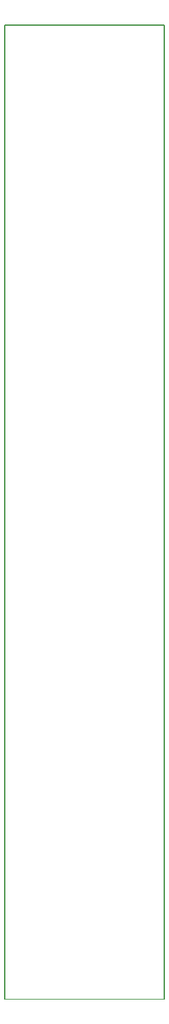
<source format=gbo>
G04 #@! TF.GenerationSoftware,KiCad,Pcbnew,(6.0.6)*
G04 #@! TF.CreationDate,2022-09-02T14:12:24+02:00*
G04 #@! TF.ProjectId,PAINTREv4,5041494e-5452-4457-9634-2e6b69636164,rev?*
G04 #@! TF.SameCoordinates,Original*
G04 #@! TF.FileFunction,Legend,Bot*
G04 #@! TF.FilePolarity,Positive*
%FSLAX46Y46*%
G04 Gerber Fmt 4.6, Leading zero omitted, Abs format (unit mm)*
G04 Created by KiCad (PCBNEW (6.0.6)) date 2022-09-02 14:12:24*
%MOMM*%
%LPD*%
G01*
G04 APERTURE LIST*
G04 #@! TA.AperFunction,Profile*
%ADD10C,0.150000*%
G04 #@! TD*
G04 #@! TA.AperFunction,Profile*
%ADD11C,0.100000*%
G04 #@! TD*
G04 APERTURE END LIST*
D10*
X144200000Y-32450000D02*
X144200000Y-154000000D01*
X124200000Y-154000000D02*
X124200000Y-32450000D01*
D11*
X124200000Y-154000000D02*
X144200000Y-154000000D01*
D10*
X124200000Y-32450000D02*
X144200000Y-32450000D01*
M02*

</source>
